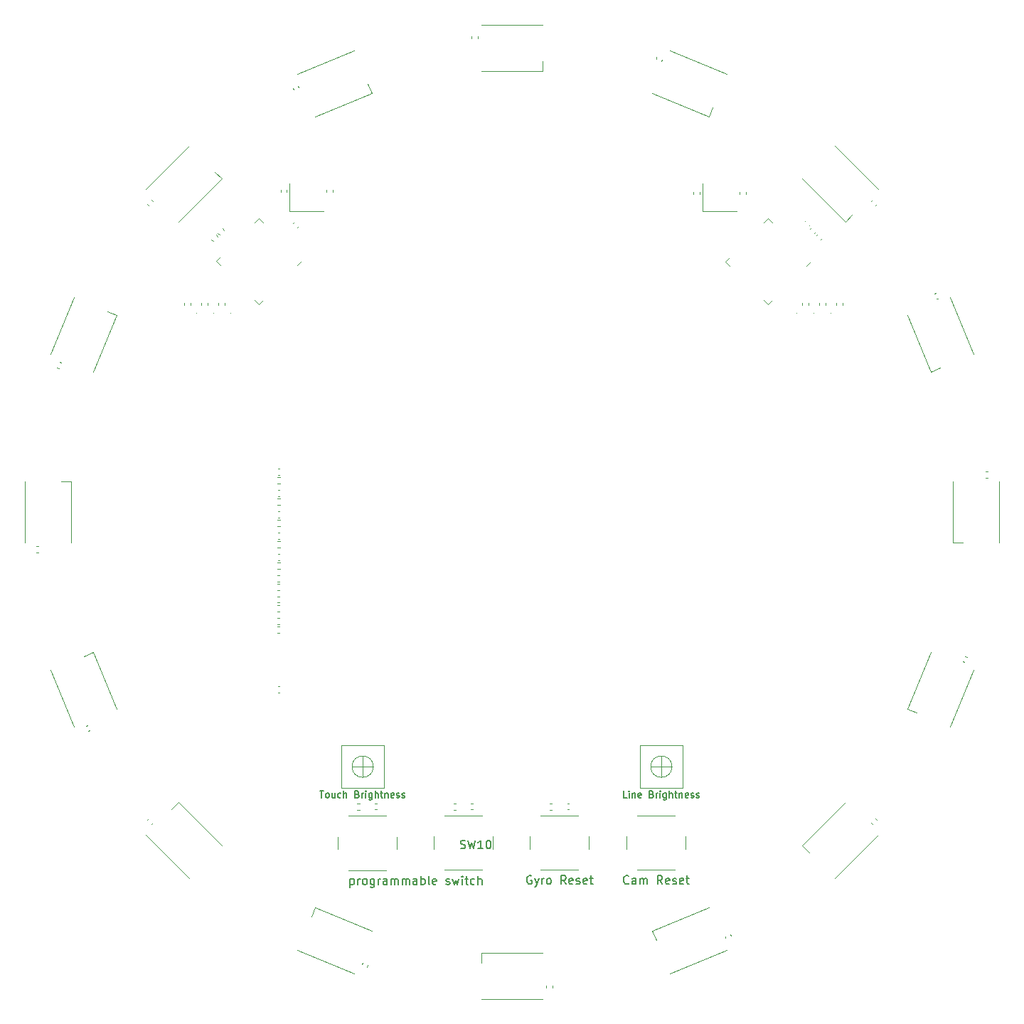
<source format=gbr>
%TF.GenerationSoftware,KiCad,Pcbnew,(6.0.5)*%
%TF.CreationDate,2022-10-16T22:52:23+09:00*%
%TF.ProjectId,main_board_Teensy,6d61696e-5f62-46f6-9172-645f5465656e,rev?*%
%TF.SameCoordinates,Original*%
%TF.FileFunction,Legend,Top*%
%TF.FilePolarity,Positive*%
%FSLAX46Y46*%
G04 Gerber Fmt 4.6, Leading zero omitted, Abs format (unit mm)*
G04 Created by KiCad (PCBNEW (6.0.5)) date 2022-10-16 22:52:23*
%MOMM*%
%LPD*%
G01*
G04 APERTURE LIST*
%ADD10C,0.150000*%
%ADD11C,0.120000*%
%ADD12C,0.100000*%
G04 APERTURE END LIST*
D10*
X171164761Y-135616904D02*
X170783809Y-135616904D01*
X170783809Y-134816904D01*
X171431428Y-135616904D02*
X171431428Y-135083571D01*
X171431428Y-134816904D02*
X171393333Y-134855000D01*
X171431428Y-134893095D01*
X171469523Y-134855000D01*
X171431428Y-134816904D01*
X171431428Y-134893095D01*
X171812380Y-135083571D02*
X171812380Y-135616904D01*
X171812380Y-135159761D02*
X171850476Y-135121666D01*
X171926666Y-135083571D01*
X172040952Y-135083571D01*
X172117142Y-135121666D01*
X172155238Y-135197857D01*
X172155238Y-135616904D01*
X172840952Y-135578809D02*
X172764761Y-135616904D01*
X172612380Y-135616904D01*
X172536190Y-135578809D01*
X172498095Y-135502619D01*
X172498095Y-135197857D01*
X172536190Y-135121666D01*
X172612380Y-135083571D01*
X172764761Y-135083571D01*
X172840952Y-135121666D01*
X172879047Y-135197857D01*
X172879047Y-135274047D01*
X172498095Y-135350238D01*
X174098095Y-135197857D02*
X174212380Y-135235952D01*
X174250476Y-135274047D01*
X174288571Y-135350238D01*
X174288571Y-135464523D01*
X174250476Y-135540714D01*
X174212380Y-135578809D01*
X174136190Y-135616904D01*
X173831428Y-135616904D01*
X173831428Y-134816904D01*
X174098095Y-134816904D01*
X174174285Y-134855000D01*
X174212380Y-134893095D01*
X174250476Y-134969285D01*
X174250476Y-135045476D01*
X174212380Y-135121666D01*
X174174285Y-135159761D01*
X174098095Y-135197857D01*
X173831428Y-135197857D01*
X174631428Y-135616904D02*
X174631428Y-135083571D01*
X174631428Y-135235952D02*
X174669523Y-135159761D01*
X174707619Y-135121666D01*
X174783809Y-135083571D01*
X174860000Y-135083571D01*
X175126666Y-135616904D02*
X175126666Y-135083571D01*
X175126666Y-134816904D02*
X175088571Y-134855000D01*
X175126666Y-134893095D01*
X175164761Y-134855000D01*
X175126666Y-134816904D01*
X175126666Y-134893095D01*
X175850476Y-135083571D02*
X175850476Y-135731190D01*
X175812380Y-135807380D01*
X175774285Y-135845476D01*
X175698095Y-135883571D01*
X175583809Y-135883571D01*
X175507619Y-135845476D01*
X175850476Y-135578809D02*
X175774285Y-135616904D01*
X175621904Y-135616904D01*
X175545714Y-135578809D01*
X175507619Y-135540714D01*
X175469523Y-135464523D01*
X175469523Y-135235952D01*
X175507619Y-135159761D01*
X175545714Y-135121666D01*
X175621904Y-135083571D01*
X175774285Y-135083571D01*
X175850476Y-135121666D01*
X176231428Y-135616904D02*
X176231428Y-134816904D01*
X176574285Y-135616904D02*
X176574285Y-135197857D01*
X176536190Y-135121666D01*
X176460000Y-135083571D01*
X176345714Y-135083571D01*
X176269523Y-135121666D01*
X176231428Y-135159761D01*
X176840952Y-135083571D02*
X177145714Y-135083571D01*
X176955238Y-134816904D02*
X176955238Y-135502619D01*
X176993333Y-135578809D01*
X177069523Y-135616904D01*
X177145714Y-135616904D01*
X177412380Y-135083571D02*
X177412380Y-135616904D01*
X177412380Y-135159761D02*
X177450476Y-135121666D01*
X177526666Y-135083571D01*
X177640952Y-135083571D01*
X177717142Y-135121666D01*
X177755238Y-135197857D01*
X177755238Y-135616904D01*
X178440952Y-135578809D02*
X178364761Y-135616904D01*
X178212380Y-135616904D01*
X178136190Y-135578809D01*
X178098095Y-135502619D01*
X178098095Y-135197857D01*
X178136190Y-135121666D01*
X178212380Y-135083571D01*
X178364761Y-135083571D01*
X178440952Y-135121666D01*
X178479047Y-135197857D01*
X178479047Y-135274047D01*
X178098095Y-135350238D01*
X178783809Y-135578809D02*
X178860000Y-135616904D01*
X179012380Y-135616904D01*
X179088571Y-135578809D01*
X179126666Y-135502619D01*
X179126666Y-135464523D01*
X179088571Y-135388333D01*
X179012380Y-135350238D01*
X178898095Y-135350238D01*
X178821904Y-135312142D01*
X178783809Y-135235952D01*
X178783809Y-135197857D01*
X178821904Y-135121666D01*
X178898095Y-135083571D01*
X179012380Y-135083571D01*
X179088571Y-135121666D01*
X179431428Y-135578809D02*
X179507619Y-135616904D01*
X179660000Y-135616904D01*
X179736190Y-135578809D01*
X179774285Y-135502619D01*
X179774285Y-135464523D01*
X179736190Y-135388333D01*
X179660000Y-135350238D01*
X179545714Y-135350238D01*
X179469523Y-135312142D01*
X179431428Y-135235952D01*
X179431428Y-135197857D01*
X179469523Y-135121666D01*
X179545714Y-135083571D01*
X179660000Y-135083571D01*
X179736190Y-135121666D01*
X134595238Y-134816904D02*
X135052380Y-134816904D01*
X134823809Y-135616904D02*
X134823809Y-134816904D01*
X135433333Y-135616904D02*
X135357142Y-135578809D01*
X135319047Y-135540714D01*
X135280952Y-135464523D01*
X135280952Y-135235952D01*
X135319047Y-135159761D01*
X135357142Y-135121666D01*
X135433333Y-135083571D01*
X135547619Y-135083571D01*
X135623809Y-135121666D01*
X135661904Y-135159761D01*
X135700000Y-135235952D01*
X135700000Y-135464523D01*
X135661904Y-135540714D01*
X135623809Y-135578809D01*
X135547619Y-135616904D01*
X135433333Y-135616904D01*
X136385714Y-135083571D02*
X136385714Y-135616904D01*
X136042857Y-135083571D02*
X136042857Y-135502619D01*
X136080952Y-135578809D01*
X136157142Y-135616904D01*
X136271428Y-135616904D01*
X136347619Y-135578809D01*
X136385714Y-135540714D01*
X137109523Y-135578809D02*
X137033333Y-135616904D01*
X136880952Y-135616904D01*
X136804761Y-135578809D01*
X136766666Y-135540714D01*
X136728571Y-135464523D01*
X136728571Y-135235952D01*
X136766666Y-135159761D01*
X136804761Y-135121666D01*
X136880952Y-135083571D01*
X137033333Y-135083571D01*
X137109523Y-135121666D01*
X137452380Y-135616904D02*
X137452380Y-134816904D01*
X137795238Y-135616904D02*
X137795238Y-135197857D01*
X137757142Y-135121666D01*
X137680952Y-135083571D01*
X137566666Y-135083571D01*
X137490476Y-135121666D01*
X137452380Y-135159761D01*
X139052380Y-135197857D02*
X139166666Y-135235952D01*
X139204761Y-135274047D01*
X139242857Y-135350238D01*
X139242857Y-135464523D01*
X139204761Y-135540714D01*
X139166666Y-135578809D01*
X139090476Y-135616904D01*
X138785714Y-135616904D01*
X138785714Y-134816904D01*
X139052380Y-134816904D01*
X139128571Y-134855000D01*
X139166666Y-134893095D01*
X139204761Y-134969285D01*
X139204761Y-135045476D01*
X139166666Y-135121666D01*
X139128571Y-135159761D01*
X139052380Y-135197857D01*
X138785714Y-135197857D01*
X139585714Y-135616904D02*
X139585714Y-135083571D01*
X139585714Y-135235952D02*
X139623809Y-135159761D01*
X139661904Y-135121666D01*
X139738095Y-135083571D01*
X139814285Y-135083571D01*
X140080952Y-135616904D02*
X140080952Y-135083571D01*
X140080952Y-134816904D02*
X140042857Y-134855000D01*
X140080952Y-134893095D01*
X140119047Y-134855000D01*
X140080952Y-134816904D01*
X140080952Y-134893095D01*
X140804761Y-135083571D02*
X140804761Y-135731190D01*
X140766666Y-135807380D01*
X140728571Y-135845476D01*
X140652380Y-135883571D01*
X140538095Y-135883571D01*
X140461904Y-135845476D01*
X140804761Y-135578809D02*
X140728571Y-135616904D01*
X140576190Y-135616904D01*
X140500000Y-135578809D01*
X140461904Y-135540714D01*
X140423809Y-135464523D01*
X140423809Y-135235952D01*
X140461904Y-135159761D01*
X140500000Y-135121666D01*
X140576190Y-135083571D01*
X140728571Y-135083571D01*
X140804761Y-135121666D01*
X141185714Y-135616904D02*
X141185714Y-134816904D01*
X141528571Y-135616904D02*
X141528571Y-135197857D01*
X141490476Y-135121666D01*
X141414285Y-135083571D01*
X141300000Y-135083571D01*
X141223809Y-135121666D01*
X141185714Y-135159761D01*
X141795238Y-135083571D02*
X142100000Y-135083571D01*
X141909523Y-134816904D02*
X141909523Y-135502619D01*
X141947619Y-135578809D01*
X142023809Y-135616904D01*
X142100000Y-135616904D01*
X142366666Y-135083571D02*
X142366666Y-135616904D01*
X142366666Y-135159761D02*
X142404761Y-135121666D01*
X142480952Y-135083571D01*
X142595238Y-135083571D01*
X142671428Y-135121666D01*
X142709523Y-135197857D01*
X142709523Y-135616904D01*
X143395238Y-135578809D02*
X143319047Y-135616904D01*
X143166666Y-135616904D01*
X143090476Y-135578809D01*
X143052380Y-135502619D01*
X143052380Y-135197857D01*
X143090476Y-135121666D01*
X143166666Y-135083571D01*
X143319047Y-135083571D01*
X143395238Y-135121666D01*
X143433333Y-135197857D01*
X143433333Y-135274047D01*
X143052380Y-135350238D01*
X143738095Y-135578809D02*
X143814285Y-135616904D01*
X143966666Y-135616904D01*
X144042857Y-135578809D01*
X144080952Y-135502619D01*
X144080952Y-135464523D01*
X144042857Y-135388333D01*
X143966666Y-135350238D01*
X143852380Y-135350238D01*
X143776190Y-135312142D01*
X143738095Y-135235952D01*
X143738095Y-135197857D01*
X143776190Y-135121666D01*
X143852380Y-135083571D01*
X143966666Y-135083571D01*
X144042857Y-135121666D01*
X144385714Y-135578809D02*
X144461904Y-135616904D01*
X144614285Y-135616904D01*
X144690476Y-135578809D01*
X144728571Y-135502619D01*
X144728571Y-135464523D01*
X144690476Y-135388333D01*
X144614285Y-135350238D01*
X144500000Y-135350238D01*
X144423809Y-135312142D01*
X144385714Y-135235952D01*
X144385714Y-135197857D01*
X144423809Y-135121666D01*
X144500000Y-135083571D01*
X144614285Y-135083571D01*
X144690476Y-135121666D01*
%TO.C,programmable switch*%
X138216666Y-145276914D02*
X138216666Y-146276914D01*
X138216666Y-145324533D02*
X138311904Y-145276914D01*
X138502380Y-145276914D01*
X138597619Y-145324533D01*
X138645238Y-145372152D01*
X138692857Y-145467390D01*
X138692857Y-145753104D01*
X138645238Y-145848342D01*
X138597619Y-145895961D01*
X138502380Y-145943580D01*
X138311904Y-145943580D01*
X138216666Y-145895961D01*
X139121428Y-145943580D02*
X139121428Y-145276914D01*
X139121428Y-145467390D02*
X139169047Y-145372152D01*
X139216666Y-145324533D01*
X139311904Y-145276914D01*
X139407142Y-145276914D01*
X139883333Y-145943580D02*
X139788095Y-145895961D01*
X139740476Y-145848342D01*
X139692857Y-145753104D01*
X139692857Y-145467390D01*
X139740476Y-145372152D01*
X139788095Y-145324533D01*
X139883333Y-145276914D01*
X140026190Y-145276914D01*
X140121428Y-145324533D01*
X140169047Y-145372152D01*
X140216666Y-145467390D01*
X140216666Y-145753104D01*
X140169047Y-145848342D01*
X140121428Y-145895961D01*
X140026190Y-145943580D01*
X139883333Y-145943580D01*
X141073809Y-145276914D02*
X141073809Y-146086438D01*
X141026190Y-146181676D01*
X140978571Y-146229295D01*
X140883333Y-146276914D01*
X140740476Y-146276914D01*
X140645238Y-146229295D01*
X141073809Y-145895961D02*
X140978571Y-145943580D01*
X140788095Y-145943580D01*
X140692857Y-145895961D01*
X140645238Y-145848342D01*
X140597619Y-145753104D01*
X140597619Y-145467390D01*
X140645238Y-145372152D01*
X140692857Y-145324533D01*
X140788095Y-145276914D01*
X140978571Y-145276914D01*
X141073809Y-145324533D01*
X141550000Y-145943580D02*
X141550000Y-145276914D01*
X141550000Y-145467390D02*
X141597619Y-145372152D01*
X141645238Y-145324533D01*
X141740476Y-145276914D01*
X141835714Y-145276914D01*
X142597619Y-145943580D02*
X142597619Y-145419771D01*
X142550000Y-145324533D01*
X142454761Y-145276914D01*
X142264285Y-145276914D01*
X142169047Y-145324533D01*
X142597619Y-145895961D02*
X142502380Y-145943580D01*
X142264285Y-145943580D01*
X142169047Y-145895961D01*
X142121428Y-145800723D01*
X142121428Y-145705485D01*
X142169047Y-145610247D01*
X142264285Y-145562628D01*
X142502380Y-145562628D01*
X142597619Y-145515009D01*
X143073809Y-145943580D02*
X143073809Y-145276914D01*
X143073809Y-145372152D02*
X143121428Y-145324533D01*
X143216666Y-145276914D01*
X143359523Y-145276914D01*
X143454761Y-145324533D01*
X143502380Y-145419771D01*
X143502380Y-145943580D01*
X143502380Y-145419771D02*
X143550000Y-145324533D01*
X143645238Y-145276914D01*
X143788095Y-145276914D01*
X143883333Y-145324533D01*
X143930952Y-145419771D01*
X143930952Y-145943580D01*
X144407142Y-145943580D02*
X144407142Y-145276914D01*
X144407142Y-145372152D02*
X144454761Y-145324533D01*
X144550000Y-145276914D01*
X144692857Y-145276914D01*
X144788095Y-145324533D01*
X144835714Y-145419771D01*
X144835714Y-145943580D01*
X144835714Y-145419771D02*
X144883333Y-145324533D01*
X144978571Y-145276914D01*
X145121428Y-145276914D01*
X145216666Y-145324533D01*
X145264285Y-145419771D01*
X145264285Y-145943580D01*
X146169047Y-145943580D02*
X146169047Y-145419771D01*
X146121428Y-145324533D01*
X146026190Y-145276914D01*
X145835714Y-145276914D01*
X145740476Y-145324533D01*
X146169047Y-145895961D02*
X146073809Y-145943580D01*
X145835714Y-145943580D01*
X145740476Y-145895961D01*
X145692857Y-145800723D01*
X145692857Y-145705485D01*
X145740476Y-145610247D01*
X145835714Y-145562628D01*
X146073809Y-145562628D01*
X146169047Y-145515009D01*
X146645238Y-145943580D02*
X146645238Y-144943580D01*
X146645238Y-145324533D02*
X146740476Y-145276914D01*
X146930952Y-145276914D01*
X147026190Y-145324533D01*
X147073809Y-145372152D01*
X147121428Y-145467390D01*
X147121428Y-145753104D01*
X147073809Y-145848342D01*
X147026190Y-145895961D01*
X146930952Y-145943580D01*
X146740476Y-145943580D01*
X146645238Y-145895961D01*
X147692857Y-145943580D02*
X147597619Y-145895961D01*
X147550000Y-145800723D01*
X147550000Y-144943580D01*
X148454761Y-145895961D02*
X148359523Y-145943580D01*
X148169047Y-145943580D01*
X148073809Y-145895961D01*
X148026190Y-145800723D01*
X148026190Y-145419771D01*
X148073809Y-145324533D01*
X148169047Y-145276914D01*
X148359523Y-145276914D01*
X148454761Y-145324533D01*
X148502380Y-145419771D01*
X148502380Y-145515009D01*
X148026190Y-145610247D01*
X149645238Y-145895961D02*
X149740476Y-145943580D01*
X149930952Y-145943580D01*
X150026190Y-145895961D01*
X150073809Y-145800723D01*
X150073809Y-145753104D01*
X150026190Y-145657866D01*
X149930952Y-145610247D01*
X149788095Y-145610247D01*
X149692857Y-145562628D01*
X149645238Y-145467390D01*
X149645238Y-145419771D01*
X149692857Y-145324533D01*
X149788095Y-145276914D01*
X149930952Y-145276914D01*
X150026190Y-145324533D01*
X150407142Y-145276914D02*
X150597619Y-145943580D01*
X150788095Y-145467390D01*
X150978571Y-145943580D01*
X151169047Y-145276914D01*
X151550000Y-145943580D02*
X151550000Y-145276914D01*
X151550000Y-144943580D02*
X151502380Y-144991200D01*
X151550000Y-145038819D01*
X151597619Y-144991200D01*
X151550000Y-144943580D01*
X151550000Y-145038819D01*
X151883333Y-145276914D02*
X152264285Y-145276914D01*
X152026190Y-144943580D02*
X152026190Y-145800723D01*
X152073809Y-145895961D01*
X152169047Y-145943580D01*
X152264285Y-145943580D01*
X153026190Y-145895961D02*
X152930952Y-145943580D01*
X152740476Y-145943580D01*
X152645238Y-145895961D01*
X152597619Y-145848342D01*
X152550000Y-145753104D01*
X152550000Y-145467390D01*
X152597619Y-145372152D01*
X152645238Y-145324533D01*
X152740476Y-145276914D01*
X152930952Y-145276914D01*
X153026190Y-145324533D01*
X153454761Y-145943580D02*
X153454761Y-144943580D01*
X153883333Y-145943580D02*
X153883333Y-145419771D01*
X153835714Y-145324533D01*
X153740476Y-145276914D01*
X153597619Y-145276914D01*
X153502380Y-145324533D01*
X153454761Y-145372152D01*
%TO.C,Cam Reset*%
X171386904Y-145797542D02*
X171339285Y-145845161D01*
X171196428Y-145892780D01*
X171101190Y-145892780D01*
X170958333Y-145845161D01*
X170863095Y-145749923D01*
X170815476Y-145654685D01*
X170767857Y-145464209D01*
X170767857Y-145321352D01*
X170815476Y-145130876D01*
X170863095Y-145035638D01*
X170958333Y-144940400D01*
X171101190Y-144892780D01*
X171196428Y-144892780D01*
X171339285Y-144940400D01*
X171386904Y-144988019D01*
X172244047Y-145892780D02*
X172244047Y-145368971D01*
X172196428Y-145273733D01*
X172101190Y-145226114D01*
X171910714Y-145226114D01*
X171815476Y-145273733D01*
X172244047Y-145845161D02*
X172148809Y-145892780D01*
X171910714Y-145892780D01*
X171815476Y-145845161D01*
X171767857Y-145749923D01*
X171767857Y-145654685D01*
X171815476Y-145559447D01*
X171910714Y-145511828D01*
X172148809Y-145511828D01*
X172244047Y-145464209D01*
X172720238Y-145892780D02*
X172720238Y-145226114D01*
X172720238Y-145321352D02*
X172767857Y-145273733D01*
X172863095Y-145226114D01*
X173005952Y-145226114D01*
X173101190Y-145273733D01*
X173148809Y-145368971D01*
X173148809Y-145892780D01*
X173148809Y-145368971D02*
X173196428Y-145273733D01*
X173291666Y-145226114D01*
X173434523Y-145226114D01*
X173529761Y-145273733D01*
X173577380Y-145368971D01*
X173577380Y-145892780D01*
X175386904Y-145892780D02*
X175053571Y-145416590D01*
X174815476Y-145892780D02*
X174815476Y-144892780D01*
X175196428Y-144892780D01*
X175291666Y-144940400D01*
X175339285Y-144988019D01*
X175386904Y-145083257D01*
X175386904Y-145226114D01*
X175339285Y-145321352D01*
X175291666Y-145368971D01*
X175196428Y-145416590D01*
X174815476Y-145416590D01*
X176196428Y-145845161D02*
X176101190Y-145892780D01*
X175910714Y-145892780D01*
X175815476Y-145845161D01*
X175767857Y-145749923D01*
X175767857Y-145368971D01*
X175815476Y-145273733D01*
X175910714Y-145226114D01*
X176101190Y-145226114D01*
X176196428Y-145273733D01*
X176244047Y-145368971D01*
X176244047Y-145464209D01*
X175767857Y-145559447D01*
X176625000Y-145845161D02*
X176720238Y-145892780D01*
X176910714Y-145892780D01*
X177005952Y-145845161D01*
X177053571Y-145749923D01*
X177053571Y-145702304D01*
X177005952Y-145607066D01*
X176910714Y-145559447D01*
X176767857Y-145559447D01*
X176672619Y-145511828D01*
X176625000Y-145416590D01*
X176625000Y-145368971D01*
X176672619Y-145273733D01*
X176767857Y-145226114D01*
X176910714Y-145226114D01*
X177005952Y-145273733D01*
X177863095Y-145845161D02*
X177767857Y-145892780D01*
X177577380Y-145892780D01*
X177482142Y-145845161D01*
X177434523Y-145749923D01*
X177434523Y-145368971D01*
X177482142Y-145273733D01*
X177577380Y-145226114D01*
X177767857Y-145226114D01*
X177863095Y-145273733D01*
X177910714Y-145368971D01*
X177910714Y-145464209D01*
X177434523Y-145559447D01*
X178196428Y-145226114D02*
X178577380Y-145226114D01*
X178339285Y-144892780D02*
X178339285Y-145749923D01*
X178386904Y-145845161D01*
X178482142Y-145892780D01*
X178577380Y-145892780D01*
%TO.C,Gyro Reset*%
X159809276Y-144940400D02*
X159714038Y-144892780D01*
X159571180Y-144892780D01*
X159428323Y-144940400D01*
X159333085Y-145035638D01*
X159285466Y-145130876D01*
X159237847Y-145321352D01*
X159237847Y-145464209D01*
X159285466Y-145654685D01*
X159333085Y-145749923D01*
X159428323Y-145845161D01*
X159571180Y-145892780D01*
X159666419Y-145892780D01*
X159809276Y-145845161D01*
X159856895Y-145797542D01*
X159856895Y-145464209D01*
X159666419Y-145464209D01*
X160190228Y-145226114D02*
X160428323Y-145892780D01*
X160666419Y-145226114D02*
X160428323Y-145892780D01*
X160333085Y-146130876D01*
X160285466Y-146178495D01*
X160190228Y-146226114D01*
X161047371Y-145892780D02*
X161047371Y-145226114D01*
X161047371Y-145416590D02*
X161094990Y-145321352D01*
X161142609Y-145273733D01*
X161237847Y-145226114D01*
X161333085Y-145226114D01*
X161809276Y-145892780D02*
X161714038Y-145845161D01*
X161666419Y-145797542D01*
X161618800Y-145702304D01*
X161618800Y-145416590D01*
X161666419Y-145321352D01*
X161714038Y-145273733D01*
X161809276Y-145226114D01*
X161952133Y-145226114D01*
X162047371Y-145273733D01*
X162094990Y-145321352D01*
X162142609Y-145416590D01*
X162142609Y-145702304D01*
X162094990Y-145797542D01*
X162047371Y-145845161D01*
X161952133Y-145892780D01*
X161809276Y-145892780D01*
X163904514Y-145892780D02*
X163571180Y-145416590D01*
X163333085Y-145892780D02*
X163333085Y-144892780D01*
X163714038Y-144892780D01*
X163809276Y-144940400D01*
X163856895Y-144988019D01*
X163904514Y-145083257D01*
X163904514Y-145226114D01*
X163856895Y-145321352D01*
X163809276Y-145368971D01*
X163714038Y-145416590D01*
X163333085Y-145416590D01*
X164714038Y-145845161D02*
X164618800Y-145892780D01*
X164428323Y-145892780D01*
X164333085Y-145845161D01*
X164285466Y-145749923D01*
X164285466Y-145368971D01*
X164333085Y-145273733D01*
X164428323Y-145226114D01*
X164618800Y-145226114D01*
X164714038Y-145273733D01*
X164761657Y-145368971D01*
X164761657Y-145464209D01*
X164285466Y-145559447D01*
X165142609Y-145845161D02*
X165237847Y-145892780D01*
X165428323Y-145892780D01*
X165523561Y-145845161D01*
X165571180Y-145749923D01*
X165571180Y-145702304D01*
X165523561Y-145607066D01*
X165428323Y-145559447D01*
X165285466Y-145559447D01*
X165190228Y-145511828D01*
X165142609Y-145416590D01*
X165142609Y-145368971D01*
X165190228Y-145273733D01*
X165285466Y-145226114D01*
X165428323Y-145226114D01*
X165523561Y-145273733D01*
X166380704Y-145845161D02*
X166285466Y-145892780D01*
X166094990Y-145892780D01*
X165999752Y-145845161D01*
X165952133Y-145749923D01*
X165952133Y-145368971D01*
X165999752Y-145273733D01*
X166094990Y-145226114D01*
X166285466Y-145226114D01*
X166380704Y-145273733D01*
X166428323Y-145368971D01*
X166428323Y-145464209D01*
X165952133Y-145559447D01*
X166714038Y-145226114D02*
X167094990Y-145226114D01*
X166856895Y-144892780D02*
X166856895Y-145749923D01*
X166904514Y-145845161D01*
X166999752Y-145892780D01*
X167094990Y-145892780D01*
%TO.C,SW10*%
X151352476Y-141628761D02*
X151495333Y-141676380D01*
X151733428Y-141676380D01*
X151828666Y-141628761D01*
X151876285Y-141581142D01*
X151923904Y-141485904D01*
X151923904Y-141390666D01*
X151876285Y-141295428D01*
X151828666Y-141247809D01*
X151733428Y-141200190D01*
X151542952Y-141152571D01*
X151447714Y-141104952D01*
X151400095Y-141057333D01*
X151352476Y-140962095D01*
X151352476Y-140866857D01*
X151400095Y-140771619D01*
X151447714Y-140724000D01*
X151542952Y-140676380D01*
X151781047Y-140676380D01*
X151923904Y-140724000D01*
X152257238Y-140676380D02*
X152495333Y-141676380D01*
X152685809Y-140962095D01*
X152876285Y-141676380D01*
X153114380Y-140676380D01*
X154019142Y-141676380D02*
X153447714Y-141676380D01*
X153733428Y-141676380D02*
X153733428Y-140676380D01*
X153638190Y-140819238D01*
X153542952Y-140914476D01*
X153447714Y-140962095D01*
X154638190Y-140676380D02*
X154733428Y-140676380D01*
X154828666Y-140724000D01*
X154876285Y-140771619D01*
X154923904Y-140866857D01*
X154971523Y-141057333D01*
X154971523Y-141295428D01*
X154923904Y-141485904D01*
X154876285Y-141581142D01*
X154828666Y-141628761D01*
X154733428Y-141676380D01*
X154638190Y-141676380D01*
X154542952Y-141628761D01*
X154495333Y-141581142D01*
X154447714Y-141485904D01*
X154400095Y-141295428D01*
X154400095Y-141057333D01*
X154447714Y-140866857D01*
X154495333Y-140771619D01*
X154542952Y-140724000D01*
X154638190Y-140676380D01*
D11*
%TO.C,R3*%
X194216060Y-69211341D02*
X194433341Y-68994060D01*
X193678659Y-68673940D02*
X193895940Y-68456659D01*
%TO.C,C26*%
X129584564Y-106624800D02*
X129800236Y-106624800D01*
X129584564Y-107344800D02*
X129800236Y-107344800D01*
%TO.C,C13*%
X101071836Y-105686000D02*
X100856164Y-105686000D01*
X101071836Y-106406000D02*
X100856164Y-106406000D01*
D12*
%TO.C,D15*%
X191439000Y-77925000D02*
G75*
G03*
X191439000Y-77925000I-50000J0D01*
G01*
D11*
%TO.C,C32*%
X129800236Y-104084800D02*
X129584564Y-104084800D01*
X129800236Y-104804800D02*
X129584564Y-104804800D01*
%TO.C,R9*%
X122556000Y-76681359D02*
X122556000Y-76988641D01*
X123316000Y-76681359D02*
X123316000Y-76988641D01*
%TO.C,D7*%
X197181217Y-67061662D02*
X197994390Y-66248490D01*
X195908425Y-58010696D02*
X201070304Y-63172575D01*
X192019338Y-61899783D02*
X197181217Y-67061662D01*
%TO.C,R1*%
X161947159Y-136272000D02*
X162254441Y-136272000D01*
X161947159Y-137032000D02*
X162254441Y-137032000D01*
%TO.C,R14*%
X129538759Y-100760800D02*
X129846041Y-100760800D01*
X129538759Y-100000800D02*
X129846041Y-100000800D01*
%TO.C,C33*%
X129776836Y-112374000D02*
X129561164Y-112374000D01*
X129776836Y-111654000D02*
X129561164Y-111654000D01*
%TO.C,D20*%
X140763576Y-151495927D02*
X134019255Y-148702338D01*
X134019255Y-148702338D02*
X133579169Y-149764799D01*
X138658817Y-156577264D02*
X131914496Y-153783675D01*
%TO.C,C29*%
X152596964Y-137012000D02*
X152812636Y-137012000D01*
X152596964Y-136292000D02*
X152812636Y-136292000D01*
%TO.C,C6*%
X114195757Y-138089947D02*
X114043254Y-138242450D01*
X114704874Y-138599064D02*
X114552371Y-138751567D01*
%TO.C,D8*%
X180940745Y-148702338D02*
X174196424Y-151495927D01*
X183045504Y-153783675D02*
X176301183Y-156577264D01*
X174196424Y-151495927D02*
X174636510Y-152558388D01*
%TO.C,C14*%
X208031087Y-76240483D02*
X208230342Y-76157949D01*
X207755554Y-75575289D02*
X207954809Y-75492755D01*
%TO.C,C10*%
X106928914Y-126961517D02*
X106729659Y-127044051D01*
X107204447Y-127626711D02*
X107005192Y-127709245D01*
%TO.C,U2*%
X183367341Y-71257348D02*
X182854689Y-71770000D01*
X187960000Y-76875311D02*
X187447348Y-76362659D01*
X188472652Y-76362659D02*
X187960000Y-76875311D01*
X187960000Y-66664689D02*
X188472652Y-67177341D01*
X182854689Y-71770000D02*
X183367341Y-72282652D01*
X187447348Y-67177341D02*
X187960000Y-66664689D01*
X192552659Y-72282652D02*
X193065311Y-71770000D01*
%TO.C,C3*%
X164052964Y-136292000D02*
X164268636Y-136292000D01*
X164052964Y-137012000D02*
X164268636Y-137012000D01*
%TO.C,programmable switch*%
X138010000Y-144256000D02*
X142510000Y-144256000D01*
X143760000Y-141756000D02*
X143760000Y-140256000D01*
X136760000Y-140256000D02*
X136760000Y-141756000D01*
X142510000Y-137756000D02*
X138010000Y-137756000D01*
%TO.C,D12*%
X107584149Y-84884194D02*
X110377738Y-78139873D01*
X110377738Y-78139873D02*
X109315277Y-77699787D01*
X102502812Y-82779435D02*
X105296401Y-76035114D01*
%TO.C,R4*%
X196089000Y-76679359D02*
X196089000Y-76986641D01*
X196849000Y-76679359D02*
X196849000Y-76986641D01*
%TO.C,D19*%
X215476000Y-97951000D02*
X215476000Y-105251000D01*
X209976000Y-105251000D02*
X211126000Y-105251000D01*
X209976000Y-97951000D02*
X209976000Y-105251000D01*
%TO.C,D5*%
X201070304Y-140029425D02*
X195908425Y-145191304D01*
X192019338Y-141302217D02*
X192832510Y-142115390D01*
X197181217Y-136140338D02*
X192019338Y-141302217D01*
%TO.C,C21*%
X114704874Y-64602936D02*
X114552371Y-64450433D01*
X114195757Y-65112053D02*
X114043254Y-64959550D01*
%TO.C,C20*%
X140332772Y-155554143D02*
X140250238Y-155753398D01*
X139667578Y-155278610D02*
X139585044Y-155477865D01*
%TO.C,R19*%
X139059159Y-136272000D02*
X139366441Y-136272000D01*
X139059159Y-137032000D02*
X139366441Y-137032000D01*
%TO.C,Y2*%
X131020761Y-65785000D02*
X135020761Y-65785000D01*
X131020761Y-62485000D02*
X131020761Y-65785000D01*
%TO.C,C5*%
X211157610Y-119413422D02*
X211356865Y-119495956D01*
X211433143Y-118748228D02*
X211632398Y-118830762D01*
D12*
%TO.C,D13*%
X195503000Y-77925000D02*
G75*
G03*
X195503000Y-77925000I-50000J0D01*
G01*
%TO.C,D18*%
X124002000Y-77925000D02*
G75*
G03*
X124002000Y-77925000I-50000J0D01*
G01*
D11*
%TO.C,C18*%
X136123000Y-63265164D02*
X136123000Y-63480836D01*
X135403000Y-63265164D02*
X135403000Y-63480836D01*
%TO.C,C4*%
X153395000Y-45192836D02*
X153395000Y-44977164D01*
X152675000Y-45192836D02*
X152675000Y-44977164D01*
%TO.C,Cam Reset*%
X176875000Y-137720000D02*
X172375000Y-137720000D01*
X178125000Y-141720000D02*
X178125000Y-140220000D01*
X171125000Y-140220000D02*
X171125000Y-141720000D01*
X172375000Y-144220000D02*
X176875000Y-144220000D01*
%TO.C,R23*%
X129820641Y-116000800D02*
X129513359Y-116000800D01*
X129820641Y-115240800D02*
X129513359Y-115240800D01*
%TO.C,U5*%
X127350761Y-76845311D02*
X126838109Y-76332659D01*
X122245450Y-71740000D02*
X122758102Y-72252652D01*
X131943420Y-72252652D02*
X132456072Y-71740000D01*
X126838109Y-67147341D02*
X127350761Y-66634689D01*
X127350761Y-66634689D02*
X127863413Y-67147341D01*
X127863413Y-76332659D02*
X127350761Y-76845311D01*
X122758102Y-71227348D02*
X122245450Y-71740000D01*
%TO.C,D9*%
X104985000Y-105251000D02*
X104985000Y-97951000D01*
X104985000Y-97951000D02*
X103835000Y-97951000D01*
X99485000Y-105251000D02*
X99485000Y-97951000D01*
%TO.C,C24*%
X129828236Y-122372800D02*
X129612564Y-122372800D01*
X129828236Y-123092800D02*
X129612564Y-123092800D01*
%TO.C,C34*%
X129774836Y-114964800D02*
X129559164Y-114964800D01*
X129774836Y-114244800D02*
X129559164Y-114244800D01*
%TO.C,C9*%
X200764243Y-138089947D02*
X200916746Y-138242450D01*
X200255126Y-138599064D02*
X200407629Y-138751567D01*
%TO.C,C28*%
X129561164Y-109164800D02*
X129776836Y-109164800D01*
X129561164Y-109884800D02*
X129776836Y-109884800D01*
%TO.C,D11*%
X153830000Y-154095000D02*
X153830000Y-155245000D01*
X161130000Y-154095000D02*
X153830000Y-154095000D01*
X161130000Y-159595000D02*
X153830000Y-159595000D01*
%TO.C,C15*%
X161565000Y-158009164D02*
X161565000Y-158224836D01*
X162285000Y-158009164D02*
X162285000Y-158224836D01*
%TO.C,R2*%
X193454060Y-68449341D02*
X193671341Y-68232060D01*
X192916659Y-67911940D02*
X193133940Y-67694659D01*
%TO.C,D22*%
X134018490Y-54497814D02*
X140762811Y-51704225D01*
X140762811Y-51704225D02*
X140322725Y-50641764D01*
X131913731Y-49416477D02*
X138658052Y-46622888D01*
%TO.C,R18*%
X150519159Y-137032000D02*
X150826441Y-137032000D01*
X150519159Y-136272000D02*
X150826441Y-136272000D01*
%TO.C,R10*%
X122669316Y-68596717D02*
X122452035Y-68379436D01*
X123206717Y-68059316D02*
X122989436Y-67842035D01*
%TO.C,Y1*%
X180200000Y-65785000D02*
X184200000Y-65785000D01*
X180200000Y-62485000D02*
X180200000Y-65785000D01*
%TO.C,C17*%
X130662000Y-63480836D02*
X130662000Y-63265164D01*
X129942000Y-63480836D02*
X129942000Y-63265164D01*
D12*
%TO.C,D16*%
X119938000Y-77925000D02*
G75*
G03*
X119938000Y-77925000I-50000J0D01*
G01*
D11*
%TO.C,R20*%
X129846041Y-103300800D02*
X129538759Y-103300800D01*
X129846041Y-102540800D02*
X129538759Y-102540800D01*
%TO.C,R17*%
X129513359Y-110160800D02*
X129820641Y-110160800D01*
X129513359Y-110920800D02*
X129820641Y-110920800D01*
%TO.C,C2*%
X185322800Y-63519164D02*
X185322800Y-63734836D01*
X184602800Y-63519164D02*
X184602800Y-63734836D01*
%TO.C,C7*%
X192837307Y-67513810D02*
X192989810Y-67361307D01*
X192328190Y-67004693D02*
X192480693Y-66852190D01*
%TO.C,C31*%
X129800236Y-101544800D02*
X129584564Y-101544800D01*
X129800236Y-102264800D02*
X129584564Y-102264800D01*
%TO.C,R11*%
X121907316Y-69358717D02*
X121690035Y-69141436D01*
X122444717Y-68821316D02*
X122227436Y-68604035D01*
%TO.C,D4*%
X174197189Y-51704225D02*
X180941510Y-54497814D01*
X176301948Y-46622888D02*
X183046269Y-49416477D01*
X180941510Y-54497814D02*
X181381596Y-53435353D01*
%TO.C,R15*%
X129538759Y-108380800D02*
X129846041Y-108380800D01*
X129538759Y-107620800D02*
X129846041Y-107620800D01*
%TO.C,R7*%
X118492000Y-76681359D02*
X118492000Y-76988641D01*
X119252000Y-76681359D02*
X119252000Y-76988641D01*
%TO.C,C19*%
X213888164Y-96796000D02*
X214103836Y-96796000D01*
X213888164Y-97516000D02*
X214103836Y-97516000D01*
%TO.C,R12*%
X175260000Y-130651000D02*
X175260000Y-133191000D01*
X175260000Y-131921000D02*
X175260000Y-130651000D01*
X173990000Y-131921000D02*
X176530000Y-131921000D01*
X172720000Y-129381000D02*
X177800000Y-129381000D01*
X177800000Y-129381000D02*
X177800000Y-134461000D01*
X177800000Y-134461000D02*
X172720000Y-134461000D01*
X172720000Y-134461000D02*
X172720000Y-129381000D01*
X176530000Y-131921000D02*
G75*
G03*
X176530000Y-131921000I-1270000J0D01*
G01*
%TO.C,R6*%
X192025000Y-76679359D02*
X192025000Y-76986641D01*
X192785000Y-76679359D02*
X192785000Y-76986641D01*
%TO.C,R21*%
X129846041Y-105840800D02*
X129538759Y-105840800D01*
X129846041Y-105080800D02*
X129538759Y-105080800D01*
%TO.C,R5*%
X194817000Y-76681359D02*
X194817000Y-76988641D01*
X194057000Y-76681359D02*
X194057000Y-76988641D01*
%TO.C,D6*%
X110377738Y-125062127D02*
X107584149Y-118317806D01*
X107584149Y-118317806D02*
X106521688Y-118757892D01*
X105296401Y-127166886D02*
X102502812Y-120422565D01*
%TO.C,R22*%
X129822641Y-112650000D02*
X129515359Y-112650000D01*
X129822641Y-113410000D02*
X129515359Y-113410000D01*
D12*
%TO.C,D14*%
X193471000Y-77925000D02*
G75*
G03*
X193471000Y-77925000I-50000J0D01*
G01*
D11*
%TO.C,D2*%
X207376775Y-118318189D02*
X204583186Y-125062510D01*
X212458112Y-120422948D02*
X209664523Y-127167269D01*
X204583186Y-125062510D02*
X205645647Y-125502596D01*
%TO.C,C16*%
X103526857Y-84453772D02*
X103327602Y-84371238D01*
X103802390Y-83788578D02*
X103603135Y-83706044D01*
%TO.C,D21*%
X122940662Y-61899783D02*
X122127490Y-61086610D01*
X117778783Y-67061662D02*
X122940662Y-61899783D01*
X113889696Y-63172575D02*
X119051575Y-58010696D01*
%TO.C,C1*%
X179811000Y-63734836D02*
X179811000Y-63519164D01*
X179091000Y-63734836D02*
X179091000Y-63519164D01*
%TO.C,R13*%
X138430000Y-131921000D02*
X140970000Y-131921000D01*
X139700000Y-131921000D02*
X139700000Y-130651000D01*
X139700000Y-130651000D02*
X139700000Y-133191000D01*
X137160000Y-129381000D02*
X142240000Y-129381000D01*
X142240000Y-129381000D02*
X142240000Y-134461000D01*
X142240000Y-134461000D02*
X137160000Y-134461000D01*
X137160000Y-134461000D02*
X137160000Y-129381000D01*
X140970000Y-131921000D02*
G75*
G03*
X140970000Y-131921000I-1270000J0D01*
G01*
%TO.C,Gyro Reset*%
X165370000Y-137720000D02*
X160870000Y-137720000D01*
X166620000Y-141720000D02*
X166620000Y-140220000D01*
X159620000Y-140220000D02*
X159620000Y-141720000D01*
X160870000Y-144220000D02*
X165370000Y-144220000D01*
%TO.C,C30*%
X141138964Y-137012000D02*
X141354636Y-137012000D01*
X141138964Y-136292000D02*
X141354636Y-136292000D01*
%TO.C,C25*%
X129584564Y-99724800D02*
X129800236Y-99724800D01*
X129584564Y-99004800D02*
X129800236Y-99004800D01*
%TO.C,C27*%
X129584564Y-96464800D02*
X129800236Y-96464800D01*
X129584564Y-97184800D02*
X129800236Y-97184800D01*
%TO.C,SW10*%
X153940000Y-137720000D02*
X149440000Y-137720000D01*
X148190000Y-140220000D02*
X148190000Y-141720000D01*
X149440000Y-144220000D02*
X153940000Y-144220000D01*
X155190000Y-141720000D02*
X155190000Y-140220000D01*
%TO.C,D1*%
X153830000Y-43605000D02*
X161130000Y-43605000D01*
X161130000Y-49105000D02*
X161130000Y-47955000D01*
X153830000Y-49105000D02*
X161130000Y-49105000D01*
%TO.C,C12*%
X182840517Y-152152086D02*
X182923051Y-152351341D01*
X183505711Y-151876553D02*
X183588245Y-152075808D01*
%TO.C,C11*%
X200764243Y-65112053D02*
X200916746Y-64959550D01*
X200255126Y-64602936D02*
X200407629Y-64450433D01*
%TO.C,R16*%
X129538759Y-98220800D02*
X129846041Y-98220800D01*
X129538759Y-97460800D02*
X129846041Y-97460800D01*
%TO.C,D10*%
X207376775Y-84883811D02*
X208439236Y-84443725D01*
X209664523Y-76034731D02*
X212458112Y-82779052D01*
X204583186Y-78139490D02*
X207376775Y-84883811D01*
%TO.C,C23*%
X132119483Y-51049914D02*
X132036949Y-50850659D01*
X131454289Y-51325447D02*
X131371755Y-51126192D01*
%TO.C,C22*%
X131918896Y-67726221D02*
X132071399Y-67573718D01*
X131409779Y-67217104D02*
X131562282Y-67064601D01*
D12*
%TO.C,D17*%
X121970000Y-77925000D02*
G75*
G03*
X121970000Y-77925000I-50000J0D01*
G01*
D11*
%TO.C,C8*%
X174627228Y-47647857D02*
X174709762Y-47448602D01*
X175292422Y-47923390D02*
X175374956Y-47724135D01*
%TO.C,R8*%
X121284000Y-76681359D02*
X121284000Y-76988641D01*
X120524000Y-76681359D02*
X120524000Y-76988641D01*
%TO.C,D3*%
X119052282Y-145190597D02*
X113890403Y-140028718D01*
X122941369Y-141301510D02*
X117779490Y-136139631D01*
X117779490Y-136139631D02*
X116966317Y-136952803D01*
%TD*%
M02*

</source>
